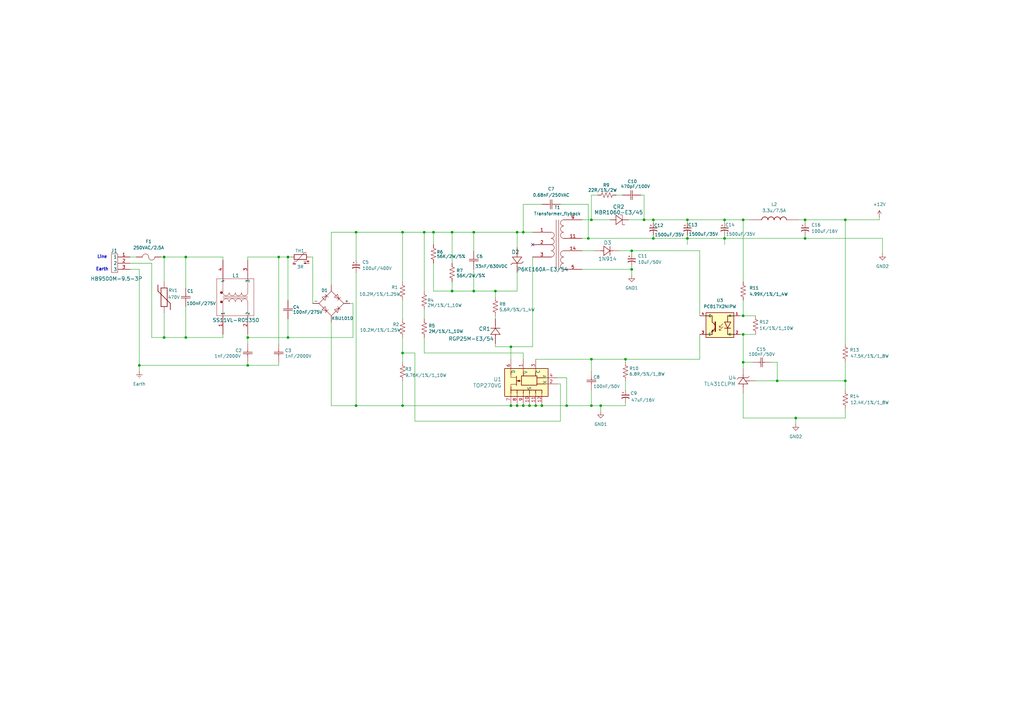
<source format=kicad_sch>
(kicad_sch (version 20231120) (generator "eeschema") (generator_version "8.0")
  (paper "A3")
  (junction (at 212.09 95.25))
  (junction (at 203.2 119.38))
  (junction (at 101.6 138.43))
  (junction (at 101.6 149.86))
  (junction (at 346.71 156.21))
  (junction (at 219.71 166.37))
  (junction (at 297.18 90.17))
  (junction (at 256.54 147.32))
  (junction (at 57.15 149.86))
  (junction (at 222.25 166.37))
  (junction (at 67.31 138.43))
  (junction (at 304.8 129.54))
  (junction (at 209.55 166.37))
  (junction (at 118.11 105.41))
  (junction (at 212.09 166.37))
  (junction (at 259.08 110.49))
  (junction (at 194.31 95.25))
  (junction (at 118.11 138.43))
  (junction (at 259.08 102.87))
  (junction (at 267.97 97.79))
  (junction (at 146.05 95.25))
  (junction (at 76.2 138.43))
  (junction (at 114.3 105.41))
  (junction (at 304.8 90.17))
  (junction (at 304.8 148.59))
  (junction (at 304.8 137.16))
  (junction (at 330.2 90.17))
  (junction (at 177.8 95.25))
  (junction (at 165.1 144.78))
  (junction (at 330.2 97.79))
  (junction (at 264.16 90.17))
  (junction (at 318.77 156.21))
  (junction (at 246.38 166.37))
  (junction (at 194.31 119.38))
  (junction (at 173.99 95.25))
  (junction (at 165.1 166.37))
  (junction (at 214.63 166.37))
  (junction (at 281.94 90.17))
  (junction (at 67.31 105.41))
  (junction (at 232.41 166.37))
  (junction (at 267.97 90.17))
  (junction (at 76.2 105.41))
  (junction (at 297.18 97.79))
  (junction (at 214.63 95.25))
  (junction (at 242.57 166.37))
  (junction (at 242.57 90.17))
  (junction (at 185.42 95.25))
  (junction (at 326.39 171.45))
  (junction (at 281.94 97.79))
  (junction (at 217.17 166.37))
  (junction (at 146.05 166.37))
  (junction (at 185.42 119.38))
  (junction (at 209.55 142.24))
  (junction (at 241.3 97.79))
  (junction (at 242.57 147.32))
  (junction (at 165.1 95.25))
  (junction (at 346.71 90.17))
  (no_connect (at 218.44 100.33))
  (wire (pts (xy 297.18 97.79) (xy 297.18 100.33)))
  (wire (pts (xy 267.97 90.17) (xy 281.94 90.17)))
  (wire (pts (xy 177.8 119.38) (xy 185.42 119.38)))
  (wire (pts (xy 360.68 90.17) (xy 346.71 90.17)))
  (wire (pts (xy 212.09 166.37) (xy 214.63 166.37)))
  (wire (pts (xy 62.23 138.43) (xy 67.31 138.43)))
  (wire (pts (xy 76.2 125.73) (xy 76.2 138.43)))
  (wire (pts (xy 304.8 148.59) (xy 304.8 137.16)))
  (wire (pts (xy 214.63 95.25) (xy 218.44 95.25)))
  (wire (pts (xy 62.23 107.95) (xy 62.23 138.43)))
  (wire (pts (xy 259.08 110.49) (xy 259.08 109.22)))
  (wire (pts (xy 165.1 138.43) (xy 165.1 144.78)))
  (wire (pts (xy 267.97 90.17) (xy 267.97 91.44)))
  (wire (pts (xy 209.55 142.24) (xy 209.55 147.32)))
  (wire (pts (xy 361.95 97.79) (xy 330.2 97.79)))
  (wire (pts (xy 246.38 166.37) (xy 246.38 168.91)))
  (wire (pts (xy 135.89 95.25) (xy 146.05 95.25)))
  (wire (pts (xy 185.42 95.25) (xy 185.42 107.95)))
  (wire (pts (xy 203.2 142.24) (xy 209.55 142.24)))
  (wire (pts (xy 170.18 172.72) (xy 170.18 144.78)))
  (wire (pts (xy 146.05 95.25) (xy 165.1 95.25)))
  (wire (pts (xy 118.11 138.43) (xy 144.78 138.43)))
  (wire (pts (xy 165.1 95.25) (xy 173.99 95.25)))
  (wire (pts (xy 326.39 173.99) (xy 326.39 171.45)))
  (wire (pts (xy 326.39 171.45) (xy 346.71 171.45)))
  (wire (pts (xy 267.97 97.79) (xy 241.3 97.79)))
  (wire (pts (xy 194.31 119.38) (xy 203.2 119.38)))
  (wire (pts (xy 57.15 110.49) (xy 57.15 149.86)))
  (wire (pts (xy 242.57 160.02) (xy 242.57 166.37)))
  (wire (pts (xy 203.2 142.24) (xy 203.2 140.97)))
  (wire (pts (xy 229.87 83.82) (xy 241.3 83.82)))
  (wire (pts (xy 165.1 144.78) (xy 165.1 148.59)))
  (wire (pts (xy 228.6 157.48) (xy 229.87 157.48)))
  (wire (pts (xy 101.6 106.68) (xy 101.6 105.41)))
  (wire (pts (xy 76.2 138.43) (xy 91.44 138.43)))
  (wire (pts (xy 101.6 137.16) (xy 101.6 138.43)))
  (wire (pts (xy 165.1 95.25) (xy 165.1 115.57)))
  (wire (pts (xy 218.44 105.41) (xy 218.44 142.24)))
  (wire (pts (xy 67.31 105.41) (xy 67.31 115.57)))
  (wire (pts (xy 304.8 129.54) (xy 309.88 129.54)))
  (wire (pts (xy 238.76 110.49) (xy 259.08 110.49)))
  (wire (pts (xy 212.09 95.25) (xy 212.09 101.6)))
  (wire (pts (xy 281.94 90.17) (xy 297.18 90.17)))
  (wire (pts (xy 304.8 129.54) (xy 303.53 129.54)))
  (wire (pts (xy 228.6 154.94) (xy 232.41 154.94)))
  (wire (pts (xy 256.54 166.37) (xy 256.54 165.1)))
  (wire (pts (xy 256.54 147.32) (xy 287.02 147.32)))
  (wire (pts (xy 217.17 166.37) (xy 219.71 166.37)))
  (wire (pts (xy 330.2 96.52) (xy 330.2 97.79)))
  (wire (pts (xy 297.18 90.17) (xy 297.18 91.44)))
  (wire (pts (xy 165.1 166.37) (xy 209.55 166.37)))
  (wire (pts (xy 252.73 80.01) (xy 255.27 80.01)))
  (wire (pts (xy 259.08 104.14) (xy 259.08 102.87)))
  (wire (pts (xy 360.68 88.9) (xy 360.68 90.17)))
  (wire (pts (xy 242.57 147.32) (xy 256.54 147.32)))
  (wire (pts (xy 250.19 90.17) (xy 242.57 90.17)))
  (wire (pts (xy 185.42 119.38) (xy 194.31 119.38)))
  (wire (pts (xy 203.2 119.38) (xy 203.2 121.92)))
  (wire (pts (xy 214.63 83.82) (xy 214.63 95.25)))
  (wire (pts (xy 114.3 105.41) (xy 118.11 105.41)))
  (wire (pts (xy 53.34 105.41) (xy 55.88 105.41)))
  (wire (pts (xy 238.76 97.79) (xy 241.3 97.79)))
  (wire (pts (xy 118.11 105.41) (xy 119.38 105.41)))
  (wire (pts (xy 318.77 156.21) (xy 318.77 148.59)))
  (wire (pts (xy 212.09 95.25) (xy 214.63 95.25)))
  (wire (pts (xy 309.88 156.21) (xy 318.77 156.21)))
  (wire (pts (xy 146.05 111.76) (xy 146.05 166.37)))
  (wire (pts (xy 194.31 95.25) (xy 212.09 95.25)))
  (wire (pts (xy 144.78 124.46) (xy 143.51 124.46)))
  (wire (pts (xy 219.71 147.32) (xy 242.57 147.32)))
  (wire (pts (xy 304.8 123.19) (xy 304.8 129.54)))
  (wire (pts (xy 242.57 166.37) (xy 246.38 166.37)))
  (wire (pts (xy 114.3 105.41) (xy 114.3 140.97)))
  (wire (pts (xy 229.87 157.48) (xy 229.87 172.72)))
  (wire (pts (xy 66.04 105.41) (xy 67.31 105.41)))
  (wire (pts (xy 304.8 161.29) (xy 304.8 171.45)))
  (wire (pts (xy 281.94 97.79) (xy 267.97 97.79)))
  (wire (pts (xy 173.99 144.78) (xy 214.63 144.78)))
  (wire (pts (xy 118.11 130.81) (xy 118.11 138.43)))
  (wire (pts (xy 304.8 90.17) (xy 307.34 90.17)))
  (wire (pts (xy 53.34 107.95) (xy 62.23 107.95)))
  (wire (pts (xy 264.16 80.01) (xy 264.16 90.17)))
  (wire (pts (xy 232.41 154.94) (xy 232.41 166.37)))
  (wire (pts (xy 214.63 166.37) (xy 217.17 166.37)))
  (wire (pts (xy 330.2 90.17) (xy 330.2 91.44)))
  (wire (pts (xy 177.8 95.25) (xy 185.42 95.25)))
  (wire (pts (xy 101.6 138.43) (xy 101.6 140.97)))
  (wire (pts (xy 346.71 90.17) (xy 346.71 140.97)))
  (wire (pts (xy 76.2 118.11) (xy 76.2 105.41)))
  (wire (pts (xy 287.02 102.87) (xy 259.08 102.87)))
  (wire (pts (xy 76.2 105.41) (xy 91.44 105.41)))
  (wire (pts (xy 246.38 166.37) (xy 256.54 166.37)))
  (wire (pts (xy 128.27 105.41) (xy 127 105.41)))
  (wire (pts (xy 262.89 80.01) (xy 264.16 80.01)))
  (wire (pts (xy 185.42 95.25) (xy 194.31 95.25)))
  (wire (pts (xy 101.6 149.86) (xy 101.6 148.59)))
  (wire (pts (xy 267.97 96.52) (xy 267.97 97.79)))
  (wire (pts (xy 330.2 97.79) (xy 297.18 97.79)))
  (wire (pts (xy 177.8 107.95) (xy 177.8 119.38)))
  (wire (pts (xy 318.77 156.21) (xy 346.71 156.21)))
  (wire (pts (xy 212.09 111.76) (xy 212.09 119.38)))
  (wire (pts (xy 135.89 116.84) (xy 135.89 95.25)))
  (wire (pts (xy 173.99 138.43) (xy 173.99 144.78)))
  (wire (pts (xy 177.8 95.25) (xy 177.8 100.33)))
  (wire (pts (xy 128.27 105.41) (xy 128.27 124.46)))
  (wire (pts (xy 257.81 90.17) (xy 264.16 90.17)))
  (wire (pts (xy 91.44 105.41) (xy 91.44 106.68)))
  (wire (pts (xy 214.63 144.78) (xy 214.63 147.32)))
  (wire (pts (xy 91.44 137.16) (xy 91.44 138.43)))
  (wire (pts (xy 214.63 83.82) (xy 222.25 83.82)))
  (wire (pts (xy 304.8 137.16) (xy 303.53 137.16)))
  (wire (pts (xy 238.76 102.87) (xy 243.84 102.87)))
  (wire (pts (xy 287.02 129.54) (xy 287.02 102.87)))
  (wire (pts (xy 346.71 148.59) (xy 346.71 156.21)))
  (wire (pts (xy 281.94 97.79) (xy 281.94 100.33)))
  (wire (pts (xy 135.89 132.08) (xy 135.89 166.37)))
  (wire (pts (xy 318.77 148.59) (xy 316.23 148.59)))
  (wire (pts (xy 146.05 166.37) (xy 165.1 166.37)))
  (wire (pts (xy 218.44 142.24) (xy 209.55 142.24)))
  (wire (pts (xy 346.71 156.21) (xy 346.71 160.02)))
  (wire (pts (xy 304.8 137.16) (xy 309.88 137.16)))
  (wire (pts (xy 144.78 138.43) (xy 144.78 124.46)))
  (wire (pts (xy 67.31 128.27) (xy 67.31 138.43)))
  (wire (pts (xy 165.1 156.21) (xy 165.1 166.37)))
  (wire (pts (xy 232.41 166.37) (xy 242.57 166.37)))
  (wire (pts (xy 118.11 105.41) (xy 118.11 123.19)))
  (wire (pts (xy 361.95 104.14) (xy 361.95 97.79)))
  (wire (pts (xy 101.6 138.43) (xy 118.11 138.43)))
  (wire (pts (xy 281.94 90.17) (xy 281.94 91.44)))
  (wire (pts (xy 304.8 148.59) (xy 304.8 151.13)))
  (wire (pts (xy 327.66 90.17) (xy 330.2 90.17)))
  (wire (pts (xy 170.18 144.78) (xy 165.1 144.78)))
  (wire (pts (xy 212.09 119.38) (xy 203.2 119.38)))
  (wire (pts (xy 346.71 171.45) (xy 346.71 167.64)))
  (wire (pts (xy 203.2 129.54) (xy 203.2 130.81)))
  (wire (pts (xy 308.61 148.59) (xy 304.8 148.59)))
  (wire (pts (xy 232.41 166.37) (xy 222.25 166.37)))
  (wire (pts (xy 146.05 166.37) (xy 135.89 166.37)))
  (wire (pts (xy 165.1 123.19) (xy 165.1 130.81)))
  (wire (pts (xy 304.8 90.17) (xy 304.8 115.57)))
  (wire (pts (xy 209.55 166.37) (xy 212.09 166.37)))
  (wire (pts (xy 114.3 149.86) (xy 114.3 148.59)))
  (wire (pts (xy 242.57 90.17) (xy 238.76 90.17)))
  (wire (pts (xy 173.99 95.25) (xy 173.99 119.38)))
  (wire (pts (xy 194.31 95.25) (xy 194.31 102.87)))
  (wire (pts (xy 242.57 80.01) (xy 245.11 80.01)))
  (wire (pts (xy 259.08 113.03) (xy 259.08 110.49)))
  (wire (pts (xy 287.02 137.16) (xy 287.02 147.32)))
  (wire (pts (xy 173.99 95.25) (xy 177.8 95.25)))
  (wire (pts (xy 264.16 90.17) (xy 267.97 90.17)))
  (wire (pts (xy 256.54 156.21) (xy 256.54 160.02)))
  (wire (pts (xy 57.15 149.86) (xy 57.15 152.4)))
  (wire (pts (xy 146.05 95.25) (xy 146.05 106.68)))
  (wire (pts (xy 229.87 172.72) (xy 170.18 172.72)))
  (wire (pts (xy 101.6 105.41) (xy 114.3 105.41)))
  (wire (pts (xy 242.57 80.01) (xy 242.57 90.17)))
  (wire (pts (xy 330.2 90.17) (xy 346.71 90.17)))
  (wire (pts (xy 297.18 90.17) (xy 304.8 90.17)))
  (wire (pts (xy 254 102.87) (xy 259.08 102.87)))
  (wire (pts (xy 281.94 96.52) (xy 281.94 97.79)))
  (wire (pts (xy 101.6 149.86) (xy 114.3 149.86)))
  (wire (pts (xy 297.18 97.79) (xy 281.94 97.79)))
  (wire (pts (xy 53.34 110.49) (xy 57.15 110.49)))
  (wire (pts (xy 304.8 171.45) (xy 326.39 171.45)))
  (wire (pts (xy 185.42 115.57) (xy 185.42 119.38)))
  (wire (pts (xy 194.31 110.49) (xy 194.31 119.38)))
  (wire (pts (xy 67.31 105.41) (xy 76.2 105.41)))
  (wire (pts (xy 256.54 148.59) (xy 256.54 147.32)))
  (wire (pts (xy 242.57 147.32) (xy 242.57 152.4)))
  (wire (pts (xy 173.99 127) (xy 173.99 130.81)))
  (wire (pts (xy 57.15 149.86) (xy 101.6 149.86)))
  (wire (pts (xy 297.18 96.52) (xy 297.18 97.79)))
  (wire (pts (xy 67.31 138.43) (xy 76.2 138.43)))
  (wire (pts (xy 219.71 166.37) (xy 222.25 166.37)))
  (wire (pts (xy 241.3 83.82) (xy 241.3 97.79)))
  (text "Line" (at 41.91 105.41 0) (effects (font (size 1.27 1.27) (thickness 0.254) (bold yes))))
  (text "Earth" (at 41.91 110.49 0) (effects (font (size 1.27 1.27) (bold yes))))
  (symbol (lib_id "charge_battery_sym_lib:Cap_Polarized_100uF_400V") (at 146.05 106.68 270) (unit 1)
    (property "Reference" "C5" (at 148.59 107.5181 90) (effects (justify left)))
    (property "Value" "100uF/400V" (at 148.59 110.0581 90) (effects (justify left)))
    (property "Footprint" "charge_battery_footprint_lib:CP_Radial_D18.0mm_P7.50mm" (effects (hide yes)))
    (property "Description" "Tụ hóa" (effects (hide yes)))
    (property "Supply name " "ThegioiIC" (effects (hide yes)))
    (property "Supply part number" "Tụ Hoá 100uF 400V 18x30mm Xuyên Lỗ" (effects (hide yes)))
    (property "Supply URL" "https://www.thegioiic.com/tu-hoa-100uf-400v-18x30mm-xuyen-lo" (effects (hide yes)))
  )
  (symbol (lib_id "charge_battery_sym_lib:Ceramic_Cap_SMD_100nF_50V") (at 309.88 148.59 0) (unit 1)
    (property "Reference" "C15" (at 312.166 143.256 0))
    (property "Value" "100nF/50V" (at 312.42 145.288 0))
    (property "Footprint" "charge_battery_footprint_lib:Ceramic_Cap_1206" (effects (hide yes)))
    (property "Description" "10%, 1206 (3216 Metric)" (effects (hide yes)))
    (property "Supply name" "Thegioiic" (effects (hide yes)))
    (property "Supply part number" "Tụ Gốm 1206 100nF (0.1uF) 50V" (effects (hide yes)))
    (property "Supply URL" "https://www.thegioiic.com/tu-gom-1206-100nf-0-1uf-50v" (effects (hide yes)))
  )
  (symbol (lib_id "charge_battery_sym_lib:Ceramic_Cap_Hole_1nF_2000V") (at 101.6 140.97 270) (unit 1)
    (property "Reference" "C2" (at 96.52 143.764 90) (effects (justify left)))
    (property "Value" "1nF/2000V" (at 87.884 146.05 90) (effects (justify left)))
    (property "Footprint" "charge_battery_footprint_lib:Ceramic_Cap_Hole_5mm" (effects (hide yes)))
    (property "Description" "Code 102, 10%" (effects (hide yes)))
    (property "Supply name" "Thegioiic" (effects (hide yes)))
    (property "Supply part number" "Tụ Gốm Xanh 1nF 2000V" (effects (hide yes)))
    (property "Supply URL" "https://www.thegioiic.com/tu-gom-xanh-1nf-2000v" (effects (hide yes)))
  )
  (symbol (lib_id "charge_battery_sym_lib:Cap_Hole_1500uF_35V") (at 285.75 93.98 270) (unit 1)
    (property "Reference" "C13" (at 282.194 92.202 90) (effects (justify left)))
    (property "Value" "1500uF/35V" (at 282.448 96.012 90) (effects (justify left)))
    (property "Footprint" "Capacitor_THT:CP_Radial_D13.0mm_P5.00mm" (effects (hide yes)))
    (property "Description" "1500uF_35V" (effects (hide yes)))
    (property "Supply Name" "thegioiic" (effects (hide yes)))
    (property "Supply Part Number" "Tụ Hóa 1500uF 35V 13x21mm Xuyên Lỗ" (effects (hide yes)))
    (property "Supply URL" "https://www.thegioiic.com/tu-hoa-1500uf-35v-13x21mm-xuyen-lo" (effects (hide yes)))
  )
  (symbol (lib_id "charge_battery_sym_lib:P6KE160A-E3_54") (at 212.09 101.6 270) (unit 1)
    (property "Reference" "D2" (at 209.804 103.378 90) (effects (font (size 1.524 1.524)) (justify left)))
    (property "Value" "P6KE160A-E3/54" (at 212.09 110.49 90) (effects (font (size 1.524 1.524)) (justify left)))
    (property "Footprint" "charge_battery_footprint_lib:DO-204AC-2" (effects (hide yes)))
    (property "Datasheet" "https://www.vishay.com/docs/88369/p6ke.pdf" (effects (hide yes)))
    (property "Description" "P6KE160A-E3_54" (effects (hide yes)))
    (property "Supply Name" "Mouser" (effects (hide yes)))
    (property "Supply part numer" "P6KE160A-E3/54" (effects (hide yes)))
    (property "Supply URL" "https://www.mouser.vn/ProductDetail/Vishay-General-Semiconductor/P6KE160A-E3-54?qs=E3OxquYwg8FWNmfptTQK9w%3D%3D" (effects (hide yes)))
  )
  (symbol (lib_id "charge_battery_sym_lib:Res_2M_0603_1%") (at 170.18 123.19 90) (unit 1)
    (property "Reference" "R4" (at 175.26 123.19 90) (effects (justify right)))
    (property "Value" "2M/1%/1_10W" (at 175.26 125.222 90) (effects (justify right)))
    (property "Footprint" "charge_battery_footprint_lib:Res_0603" (effects (hide yes)))
    (property "Description" "Res 2M 0603 1%" (effects (hide yes)))
    (property "Supply Name" "thegioiic" (effects (hide yes)))
    (property "Supply Part Number" "Điện Trở 2 MOhm 0603 1%" (effects (hide yes)))
    (property "Supply URL" "https://www.thegioiic.com/dien-tro-2-mohm-0603-1-" (effects (hide yes)))
  )
  (symbol (lib_id "charge_battery_sym_lib:Res_22R_1206_1%") (at 248.92 76.2 0) (unit 1)
    (property "Reference" "R9" (at 248.666 75.946 0))
    (property "Value" "22R/1%/2W" (at 247.142 77.978 0))
    (property "Footprint" "charge_battery_footprint_lib:Res_Hole_2W" (effects (hide yes)))
    (property "Description" "Resistor" (effects (hide yes)))
    (property "Supply Name" "thegioiic" (effects (hide yes)))
    (property "Supply Part Number" "Điện Trở 22 Ohm 1206 1%" (effects (hide yes)))
    (property "Supply URL" "https://www.thegioiic.com/dien-tro-22-ohm-1206-1-" (effects (hide yes)))
  )
  (symbol (lib_id "charge_battery_sym_lib:MBR1060-E3_45") (at 266.7 77.47 0) (unit 1)
    (property "Reference" "CR2" (at 253.746 84.836 0) (effects (font (size 1.524 1.524))))
    (property "Value" "MBR1060-E3/45" (at 253.746 87.122 0) (effects (font (size 1.524 1.524))))
    (property "Footprint" "charge_battery_footprint_lib:TO-220-2_MCH" (effects (hide yes)))
    (property "Datasheet" "https://www.vishay.com/docs/88669/mbr10xx.pdf" (effects (hide yes)))
    (property "Supply Name" "Mouser" (effects (hide yes)))
    (property "Supply Part Number" "MBR1060-E3/45" (effects (hide yes)))
    (property "Supply URL" "https://www.mouser.vn/ProductDetail/Vishay-General-Semiconductor/MBR1060-E3-45?qs=NyKJzQ80QAyxIqJ9INSdgw%3D%3D" (effects (hide yes)))
  )
  (symbol (lib_id "charge_battery_sym_lib:MOV-07D471K") (at 67.31 121.92 90) (unit 1)
    (property "Reference" "RV1" (at 69.088 119.126 90) (effects (justify right)))
    (property "Value" "470V" (at 68.834 121.92 90) (effects (justify right)))
    (property "Footprint" "charge_battery_footprint_lib:MOV07D471K" (effects (hide yes)))
    (property "Description" "MOV-07D471K, Varistors 7D471K 470V" (effects (hide yes)))
    (property "Supply name" "Thegioiic" (effects (hide yes)))
    (property "Supply part number" "Tụ Chống Sét Varistor 07D471K 470V" (effects (hide yes)))
    (property "Supply URL" "https://www.thegioiic.com/tu-chong-set-varistor-07d471k-470v" (effects (hide yes)))
  )
  (symbol (lib_id "charge_battery_sym_lib:RGP25M-E3_54") (at 203.2 140.97 90) (unit 1)
    (property "Reference" "CR1" (at 196.342 134.874 90) (effects (font (size 1.524 1.524)) (justify right)))
    (property "Value" "RGP25M-E3/54" (at 183.896 138.938 90) (effects (font (size 1.524 1.524)) (justify right)))
    (property "Footprint" "charge_battery_footprint_lib:DO-201AD-2" (effects (hide yes)))
    (property "Datasheet" "https://www.vishay.com/docs/88703/rgp25a.pdf" (effects (hide yes)))
    (property "Description" "RGP25M-E3/54" (effects (hide yes)))
    (property "Supply Name" "Mouser" (effects (hide yes)))
    (property "Supply part number" "RGP25M-E3/54" (effects (hide yes)))
    (property "Supply URL" "https://www.mouser.vn/ProductDetail/Vishay-General-Semiconductor/RGP25M-E3-54?qs=lBalI7KQBwruMh%252BrSq8TLA%3D%3D" (effects (hide yes)))
  )
  (symbol (lib_id "charge_battery_sym_lib:Inductor_3.3u_7.5A") (at 307.34 90.17 0) (unit 1)
    (property "Reference" "L2" (at 317.5 83.82 0))
    (property "Value" "3.3u/7.5A" (at 317.5 86.36 0))
    (property "Footprint" "charge_battery_footprint_lib:Inductor_3.3u_7447471033" (effects (hide yes)))
    (property "Description" "Power Inductors - Leaded WE-TIS Lead Rad 1111 3.3uH 7.5A .009Ohm" (effects (hide yes)))
    (property "Supply Name" "Mouser" (effects (hide yes)))
    (property "Supply Part Number" "7447471033" (effects (hide yes)))
    (property "Supply URL" "https://www.mouser.vn/ProductDetail/Wurth-Elektronik/7447471033?qs=VxkwJfKV0FQNDFTjyDhZkQ%3D%3D" (effects (hide yes)))
  )
  (symbol (lib_id "charge_battery_sym_lib:Candy_Cap_hole_100nF_275V") (at 76.2 125.73 90) (unit 1)
    (property "Reference" "C1" (at 76.708 119.38 90) (effects (justify right)))
    (property "Value" "100nF/275V" (at 76.454 124.46 90) (effects (justify right)))
    (property "Footprint" "charge_battery_footprint_lib:Candy_Cap_hole_100nF_275V" (effects (hide yes)))
    (property "Datasheet" "https://www.mouser.vn/datasheet/2/40/KYOCERA_AutoMLCCKAM-3106308.pdf" (effects (hide yes)))
    (property "Supply name" "Thegioiic" (effects (hide yes)))
    (property "Supply part number" "Tụ Kẹo Vàng X2 100nF (0.1uF) 104K 275VAC" (effects (hide yes)))
    (property "Supply URL" "https://www.thegioiic.com/tu-keo-vang-x2-100nf-0-1uf-104k-275vac" (effects (hide yes)))
  )
  (symbol (lib_id "charge_battery_sym_lib:FUSE_250VAC_2.5A") (at 60.96 105.41 0) (unit 1)
    (property "Reference" "F1" (at 60.96 99.06 0))
    (property "Value" "250VAC/2.5A" (at 60.96 101.6 0))
    (property "Footprint" "charge_battery_footprint_lib:FUSAD2722W65L2250D600" (effects (hide yes)))
    (property "Description" "250 VAC, 2.5A" (effects (hide yes)))
    (property "Supply name" "Thegioiic" (effects (hide yes)))
    (property "Supply part number" "Cầu Chì Ống Thủy Tinh 2.5A 5x20mm" (effects (hide yes)))
    (property "Supply URL" "https://www.thegioiic.com/cau-chi-ong-thuy-tinh-2-5a-5x20mm-toc-do-f" (effects (hide yes)))
  )
  (symbol (lib_id "charge_battery_sym_lib:Res_6.8R_0805_5%") (at 254 152.4 90) (unit 1)
    (property "Reference" "R10" (at 258.064 151.13 90) (effects (justify right)))
    (property "Value" "6.8R/5%/1_8W" (at 258.064 153.416 90) (effects (justify right)))
    (property "Footprint" "charge_battery_footprint_lib:Res_0805" (effects (hide yes)))
    (property "Description" "Resistor" (effects (hide yes)))
    (property "Supply Name" "thegioiic" (effects (hide yes)))
    (property "Supply Part Number" "Điện Trở 6.8 Ohm 0805 5%" (effects (hide yes)))
    (property "Supply URL" "https://www.thegioiic.com/dien-tro-6-8-ohm-0805-5-" (effects (hide yes)))
  )
  (symbol (lib_id "charge_battery_sym_lib:Res_5.6R_1206_5%") (at 199.39 125.73 90) (unit 1)
    (property "Reference" "R8" (at 204.724 124.714 90) (effects (justify right)))
    (property "Value" "5.6R/5%/1_4W" (at 204.724 127 90) (effects (justify right)))
    (property "Footprint" "charge_battery_footprint_lib:Res_1206" (effects (hide yes)))
    (property "Description" "Resistor" (effects (hide yes)))
    (property "Supply Name" "thegioiic" (effects (hide yes)))
    (property "Supply Part Number" "Điện Trở 5.6 Ohm 1206 5%" (effects (hide yes)))
    (property "Supply URL" "https://www.thegioiic.com/dien-tro-5-6-ohm-1206-5-" (effects (hide yes)))
  )
  (symbol (lib_id "charge_battery_sym_lib:Res_12.4K_0603_1%") (at 342.9 163.83 90) (unit 1)
    (property "Reference" "R14" (at 348.488 162.56 90) (effects (justify right)))
    (property "Value" "12.4K/1%/1_8W" (at 348.742 165.1 90) (effects (justify right)))
    (property "Footprint" "charge_battery_footprint_lib:Res_0805" (effects (hide yes)))
    (property "Description" "Điện Trở 12.4 KOhm 0603 1%" (effects (hide yes)))
    (property "Supply Name" "thegioiic" (effects (hide yes)))
    (property "Supply Part Number" "Điện Trở 12.4 KOhm 0603 1%" (effects (hide yes)))
    (property "Supply URL" "https://www.thegioiic.com/dien-tro-12-4-kohm-0603-1-" (effects (hide yes)))
  )
  (symbol (lib_id "charge_battery_sym_lib:PC817X2NIPW") (at 300.99 138.43 0) (mirror y) (unit 1)
    (property "Reference" "U3" (at 295.275 123.19 0))
    (property "Value" "PC817X2NIPW" (at 295.275 125.73 0))
    (property "Footprint" "charge_battery_footprint_lib:PC817X2NIPW" (effects (hide yes)))
    (property "Datasheet" "https://datasheet.lcsc.com/lcsc/2203210916_Sharp-Microelectronics-PC817X2NIPW_C2840443.pdf" (effects (hide yes)))
    (property "Description" "Output: Transistor" (effects (hide yes)))
    (property "Supply name " "Thegioiic" (effects (hide yes)))
    (property "Supply part number" "PC817X2NIPW Optoisolator Transistor Output 5000Vrms 1 Channel, SOP-4" (effects (hide yes)))
    (property "Supply URL" "https://www.thegioiic.com/pc817x2nipw-optoisolator-transistor-output-5000vrms-1-channel-sop-4" (effects (hide yes)))
  )
  (symbol (lib_id "charge_battery_sym_lib:Cap_Hole_1500uF_35V") (at 271.78 93.98 270) (unit 1)
    (property "Reference" "C12" (at 268.224 92.456 90) (effects (justify left)))
    (property "Value" "1500uF/35V" (at 268.478 96.266 90) (effects (justify left)))
    (property "Footprint" "Capacitor_THT:CP_Radial_D13.0mm_P5.00mm" (effects (hide yes)))
    (property "Description" "1500uF_35V" (effects (hide yes)))
    (property "Supply Name" "thegioiic" (effects (hide yes)))
    (property "Supply Part Number" "Tụ Hóa 1500uF 35V 13x21mm Xuyên Lỗ" (effects (hide yes)))
    (property "Supply URL" "https://www.thegioiic.com/tu-hoa-1500uf-35v-13x21mm-xuyen-lo" (effects (hide yes)))
  )
  (symbol (lib_id "charge_battery_sym_lib:Cap_Polarized_SMD_47uF_16V") (at 256.54 160.02 270) (unit 1)
    (property "Reference" "C9" (at 258.572 161.29 90) (effects (justify left)))
    (property "Value" "47uF/16V" (at 258.826 164.084 90) (effects (justify left)))
    (property "Footprint" "Capacitor_SMD:CP_Elec_5x5.4" (effects (hide yes)))
    (property "Datasheet" "https://www.thegioiic.com/upload/documents/5121f69ada901167d040dfa7ca79f071.pdf" (effects (hide yes)))
    (property "Description" "Polarized capacitor 47uF 16V, 20%" (effects (hide yes)))
    (property "Supply name" "Thegioiic" (effects (hide yes)))
    (property "Supply part number" "SMD 47uF 16V 5x5.4mm" (effects (hide yes)))
    (property "Supply URL" "https://www.thegioiic.com/tu-nhom-smd-47uf-16v-5x5-4mm" (effects (hide yes)))
  )
  (symbol (lib_id "charge_battery_sym_lib:Cap_Polarized_SMD_10uF_50V") (at 264.16 106.68 270) (unit 1)
    (property "Reference" "C11" (at 261.62 104.9781 90) (effects (justify left)))
    (property "Value" "10uF/50V" (at 261.62 107.5181 90) (effects (justify left)))
    (property "Footprint" "Capacitor_SMD:CP_Elec_6.3x5.4" (effects (hide yes)))
    (property "Description" "Tụ hóa" (effects (hide yes)))
    (property "Supply Name" "thegioiic" (effects (hide yes)))
    (property "Supply Part Number" "Tụ Nhôm SMD 10uF 50V 6.3x5.4mm" (effects (hide yes)))
    (property "Supply URL" "https://www.thegioiic.com/tu-nhom-smd-10uf-50v-6-3x5-4mm" (effects (hide yes)))
  )
  (symbol (lib_id "charge_battery_sym_lib:Res_4.99K_1206_1%") (at 300.99 119.38 90) (unit 1)
    (property "Reference" "R11" (at 307.34 118.1099 90) (effects (justify right)))
    (property "Value" "4.99K/1%/1_4W" (at 307.34 120.6499 90) (effects (justify right)))
    (property "Footprint" "charge_battery_footprint_lib:Res_1206" (effects (hide yes)))
    (property "Description" "Điện Trở 4.99 KOhm 1206 1%" (effects (hide yes)))
    (property "Supply Name" "thegioiic" (effects (hide yes)))
    (property "Supply Part Number" "Điện Trở 4.99 KOhm 1206 1%" (effects (hide yes)))
    (property "Supply URL" "https://www.thegioiic.com/dien-tro-4-99-kohm-1206-1-" (effects (hide yes)))
  )
  (symbol (lib_id "charge_battery_sym_lib:TOP270VG") (at 207.01 151.13 270) (unit 1)
    (property "Reference" "U1" (at 205.74 155.5749 90) (effects (font (size 1.524 1.524)) (justify right)))
    (property "Value" "TOP270VG" (at 205.74 158.1149 90) (effects (font (size 1.524 1.524)) (justify right)))
    (property "Footprint" "charge_battery_footprint_lib:eDIP-12B_PWI" (effects (hide yes)))
    (property "Datasheet" "https://www.mouser.vn/datasheet/2/328/topjx_family_datasheet-1511822.pdf" (effects (hide yes)))
    (property "Description" "AC/DC Converters Int Off-Line Switchr 112W/148W" (effects (hide yes)))
    (property "Supply Name" "Mouser" (effects (hide yes)))
    (property "Supply Part Number" "869-TOP268VG" (effects (hide yes)))
    (property "Supply URL" "https://www.mouser.vn/ProductDetail/Power-Integrations/TOP268VG?qs=uJpRT2lXVNU7zvBqdTc7Zg%3D%3D" (effects (hide yes)))
  )
  (symbol (lib_id "charge_battery_sym_lib:Res_10.2M_2010_1%") (at 165.1 138.43 90) (unit 1)
    (property "Reference" "R2" (at 161.036 133.096 90) (effects (justify right)))
    (property "Value" "10.2M/1%/1.25W" (at 147.574 135.382 90) (effects (justify right)))
    (property "Footprint" "Diode_SMD:D_2010_5025Metric_Pad1.52x2.65mm_HandSolder" (effects (hide yes)))
    (property "Datasheet" "https://www.mouser.vn/datasheet/2/210/kamaya_products_RPC__english_20170424_105407-1842524.pdf" (effects (hide yes)))
    (property "Description" "Res 10.2M 2010 1%" (effects (hide yes)))
    (property "Supply name" "Mouser" (effects (hide yes)))
    (property "Supply part number" " RVC50K1025FTE" (effects (hide yes)))
    (property "Supply URL" "https://www.mouser.vn/ProductDetail/Kamaya/RVC50K1025FTE?qs=JZJGM%252BYuqVoTFmdUJ9f1Aw%3D%3D" (effects (hide yes)))
  )
  (symbol (lib_id "power:Earth") (at 57.15 152.4 0) (unit 1)
    (property "Reference" "#PWR04" (effects (hide yes)))
    (property "Value" "Earth" (at 57.15 157.48 0))
    (property "Description" "Power symbol creates a global label with name \"Earth\"" (effects (hide yes)))
  )
  (symbol (lib_id "charge_battery_sym_lib:Transformer_flyback") (at 228.6 100.33 0) (unit 1)
    (property "Reference" "T1" (at 228.6 85.09 0))
    (property "Value" "Transformer_flyback" (at 228.6 87.63 0))
    (property "Footprint" "charge_battery_footprint_lib:Transformer_ER35_Horizontal" (effects (hide yes)))
    (property "Description" "Transformer, split primary, dual secondary" (effects (hide yes)))
  )
  (symbol (lib_id "charge_battery_sym_lib:Res_10.2M_2010_1%") (at 165.1 123.19 90) (unit 1)
    (property "Reference" "R1" (at 160.528 117.856 90) (effects (justify right)))
    (property "Value" "10.2M/1%/1.25W" (at 147.32 120.65 90) (effects (justify right)))
    (property "Footprint" "Diode_SMD:D_2010_5025Metric_Pad1.52x2.65mm_HandSolder" (effects (hide yes)))
    (property "Datasheet" "https://www.mouser.vn/datasheet/2/210/kamaya_products_RPC__english_20170424_105407-1842524.pdf" (effects (hide yes)))
    (property "Description" "Res 10.2M 2010 1%" (effects (hide yes)))
    (property "Supply name" "Mouser" (effects (hide yes)))
    (property "Supply part number" " RVC50K1025FTE" (effects (hide yes)))
    (property "Supply URL" "https://www.mouser.vn/ProductDetail/Kamaya/RVC50K1025FTE?qs=JZJGM%252BYuqVoTFmdUJ9f1Aw%3D%3D" (effects (hide yes)))
  )
  (symbol (lib_id "power:+12V") (at 360.68 88.9 0) (unit 1)
    (property "Reference" "#PWR02" (effects (hide yes)))
    (property "Value" "+12V" (at 360.68 83.82 0))
    (property "Description" "Power symbol creates a global label with name \"+12V\"" (effects (hide yes)))
  )
  (symbol (lib_id "power:GND1") (at 259.08 113.03 0) (unit 1)
    (property "Reference" "#PWR028" (effects (hide yes)))
    (property "Value" "GND1" (at 259.08 118.11 0))
    (property "Description" "Power symbol creates a global label with name \"GND1\" , ground" (effects (hide yes)))
  )
  (symbol (lib_id "charge_battery_sym_lib:SS11VL-R05350") (at 91.44 137.16 90) (unit 1)
    (property "Reference" "L1" (at 95.25 113.03 90) (effects (font (size 1.524 1.524)) (justify right)))
    (property "Value" "SS11VL-R05350" (at 87.122 131.318 90) (effects (font (size 1.524 1.524)) (justify right)))
    (property "Footprint" "charge_battery_footprint_lib:IND_SS11VL-R05350_KEM" (effects (hide yes)))
    (property "Datasheet" "https://www.mouser.vn/datasheet/2/447/KEM_LF0022_SS11VL-3316893.pdf" (effects (hide yes)))
    (property "Description" "Common Mode Chokes / Filters 250VAC 1.1A 5mH DCR=400mOhms" (effects (hide yes)))
    (property "Supply name" "Mouser" (effects (hide yes)))
    (property "Supply part number" "80-SS11VL-11050" (effects (hide yes)))
    (property "Supply URL" "https://www.mouser.vn/ProductDetail/KEMET/SS11VL-11050?qs=EU6FO9ffTwcryP%252B%2F%252BYgxUg%3D%3D" (effects (hide yes)))
  )
  (symbol (lib_id "charge_battery_sym_lib:Cap_Hole_1500uF_35V") (at 300.99 93.98 270) (unit 1)
    (property "Reference" "C14" (at 297.434 92.202 90) (effects (justify left)))
    (property "Value" "1500uF/35V" (at 297.688 96.012 90) (effects (justify left)))
    (property "Footprint" "Capacitor_THT:CP_Radial_D13.0mm_P5.00mm" (effects (hide yes)))
    (property "Description" "1500uF_35V" (effects (hide yes)))
    (property "Supply Name" "thegioiic" (effects (hide yes)))
    (property "Supply Part Number" "Tụ Hóa 1500uF 35V 13x21mm Xuyên Lỗ" (effects (hide yes)))
    (property "Supply URL" "https://www.thegioiic.com/tu-hoa-1500uf-35v-13x21mm-xuyen-lo" (effects (hide yes)))
  )
  (symbol (lib_id "charge_battery_sym_lib:HB9500M-9.5-3P") (at 48.26 111.76 0) (mirror y) (unit 1)
    (property "Reference" "J1" (at 48.26 102.87 0) (effects (font (size 1.524 1.524)) (justify left)))
    (property "Value" "HB9500M-9.5-3P" (at 58.42 114.3 0) (effects (font (size 1.524 1.524)) (justify left)))
    (property "Footprint" "charge_battery_footprint_lib:CONN3_HB9500_KAN" (effects (hide yes)))
    (property "Datasheet" "HB9500M-9.5-3P" (effects (hide yes)))
    (property "Description" "300V, 25A" (effects (hide yes)))
    (property "Supply name" "Thegioiic" (effects (hide yes)))
    (property "Supplt part number" "HB9500-3 Terminal Khối Hàn PCB 3 Cực 25A 300V 9.5mm" (effects (hide yes)))
    (property "Supply URL" "https://www.thegioiic.com/hb9500-3-terminal-khoi-han-pcb-3-cuc-25a-300v-9-5mm" (effects (hide yes)))
  )
  (symbol (lib_id "charge_battery_sym_lib:Candy_Cap_hole_100nF_275V") (at 118.11 130.81 90) (unit 1)
    (property "Reference" "C4" (at 120.142 125.984 90) (effects (justify right)))
    (property "Value" "100nF/275V" (at 120.142 128.016 90) (effects (justify right)))
    (property "Footprint" "charge_battery_footprint_lib:Candy_Cap_hole_100nF_275V" (effects (hide yes)))
    (property "Datasheet" "https://www.mouser.vn/datasheet/2/40/KYOCERA_AutoMLCCKAM-3106308.pdf" (effects (hide yes)))
    (property "Supply name" "Thegioiic" (effects (hide yes)))
    (property "Supply part number" "Tụ Kẹo Vàng X2 100nF (0.1uF) 104K 275VAC" (effects (hide yes)))
    (property "Supply URL" "https://www.thegioiic.com/tu-keo-vang-x2-100nf-0-1uf-104k-275vac" (effects (hide yes)))
  )
  (symbol (lib_id "charge_battery_sym_lib:Res_hole_56K_2W_5%") (at 181.61 104.14 270) (unit 1)
    (property "Reference" "R6" (at 179.07 103.378 90) (effects (justify left)))
    (property "Value" "56K/2W/5%" (at 179.07 105.156 90) (effects (justify left)))
    (property "Footprint" "charge_battery_footprint_lib:Res_Hole_2W" (effects (hide yes)))
    (property "Description" "Resristor" (effects (hide yes)))
    (property "Supply Name" "thegioiic" (effects (hide yes)))
    (property "Supply Part Number" "Điện Trở 56 KOhm 2W 5% 4 Vòng Màu" (effects (hide yes)))
    (property "Supply URL" "https://www.thegioiic.com/dien-tro-56-kohm-2w-5-4-vong-mau" (effects (hide yes)))
  )
  (symbol (lib_id "charge_battery_sym_lib:KBU1010 ") (at 135.89 124.46 0) (unit 1)
    (property "Reference" "D1" (at 133.096 119.126 0))
    (property "Value" "KBU1010" (at 140.462 130.556 0))
    (property "Footprint" "Diode_THT:Diode_Bridge_Vishay_KBU" (effects (hide yes)))
    (property "Datasheet" "https://www.lcsc.com/datasheet/lcsc_datasheet_2208121800_SEP-KBU1010_C5127084.pdf" (effects (hide yes)))
    (property "Description" "1 pha, 1KV, 10A, KBU" (effects (hide yes)))
    (property "Supply name" "Thegioiic" (effects (hide yes)))
    (property "Supply part number" "KBU1010 Cầu Chỉnh Lưu 1KV 10A" (effects (hide yes)))
    (property "Supply URL" "https://www.thegioiic.com/kbu808-cau-chinh-luu-800v-8a" (effects (hide yes)))
  )
  (symbol (lib_id "charge_battery_sym_lib:Candy_Cap_hole_33nF_630VDC") (at 194.31 110.49 90) (unit 1)
    (property "Reference" "C6" (at 195.326 105.156 90) (effects (justify right)))
    (property "Value" "33nF/630VDC" (at 194.818 109.22 90) (effects (justify right)))
    (property "Footprint" "charge_battery_footprint_lib:Candy_Cap_hole_100nF_275V" (effects (hide yes)))
    (property "Datasheet" "https://www.mouser.vn/datasheet/2/40/KYOCERA_AutoMLCCKAM-3106308.pdf" (effects (hide yes)))
    (property "Description" "Kiểu chân: radial, 10%" (effects (hide yes)))
    (property "Supply name" "Thegioiic" (effects (hide yes)))
    (property "Supply part number" "Tụ Kẹo Nâu Polyester CBB22-333 33nF 630VDC" (effects (hide yes)))
    (property "Supply URL" "https://www.thegioiic.com/tu-keo-nau-polyester-cbb22-333-33nf-630vdc" (effects (hide yes)))
  )
  (symbol (lib_id "charge_battery_sym_lib:Res_1K_0603_1%") (at 309.88 137.16 90) (unit 1)
    (property "Reference" "R12" (at 311.404 132.08 90) (effects (justify right)))
    (property "Value" "1K/1%/1_10W" (at 311.404 134.62 90) (effects (justify right)))
    (property "Footprint" "charge_battery_footprint_lib:Res_0603" (effects (hide yes)))
    (property "Datasheet" "https://fscdn.rohm.com/en/products/databook/datasheet/passive/resistor/chip_resistor/esr-e.pdf" (effects (hide yes)))
    (property "Description" "Res 1 KOhm 0603 1%" (effects (hide yes)))
    (property "Supply name" "Thegioiic" (effects (hide yes)))
    (property "Supply part number" "Điện Trở 1 KOhm 0603 1%" (effects (hide yes)))
    (property "Supply URL" "https://www.thegioiic.com/dien-tro-1-kohm-0603-1-" (effects (hide yes)))
  )
  (symbol (lib_id "charge_battery_sym_lib:Thermistor_NTC") (at 123.19 105.41 90) (unit 1)
    (property "Reference" "TH1" (at 122.936 102.87 90))
    (property "Value" "3R" (at 123.19 109.474 90))
    (property "Footprint" "charge_battery_footprint_lib:Thermistor_NTC" (effects (hide yes)))
    (property "Description" "Temperature dependent resistor, negative temperature coefficient" (effects (hide yes)))
    (property "Supply name" "Thegioiic" (effects (hide yes)))
    (property "Supply URL" "https://www.thegioiic.com/3d-15-dien-tro-nhiet-ntc-3-ohm-16-5-x-7mm" (effects (hide yes)))
  )
  (symbol (lib_id "charge_battery_sym_lib:TL431CLPM") (at 312.42 191.77 90) (unit 1)
    (property "Reference" "U4" (at 302.006 154.94 90) (effects (font (size 1.524 1.524)) (justify left)))
    (property "Value" "TL431CLPM" (at 301.752 157.48 90) (effects (font (size 1.524 1.524)) (justify left)))
    (property "Footprint" "charge_battery_footprint_lib:SOT23" (effects (hide yes)))
    (property "Datasheet" "https://www.ti.com/lit/ds/symlink/tl431.pdf?ts=1726642766282&ref_url=https%253A%252F%252Fwww.ti.com.cn%252Fproduct%252Fcn%252FTL431" (effects (hide yes)))
    (property "Description" "Voltage References Adjustable Precision Shunt Regulator" (effects (hide yes)))
    (property "Supply Name" "Mouser" (effects (hide yes)))
    (property "Supply Part Number" "TL431CLPM" (effects (hide yes)))
    (property "Supply URL" "https://www.mouser.vn/ProductDetail/Texas-Instruments/TL431CLPM?qs=odmYgEirbwzbYi2SmH09kA%3D%3D" (effects (hide yes)))
  )
  (symbol (lib_id "charge_battery_sym_lib:Res_47.5K_0805_1%") (at 342.9 144.78 90) (unit 1)
    (property "Reference" "R13" (at 348.488 143.51 90) (effects (justify right)))
    (property "Value" "47.5K/1%/1_8W" (at 348.742 146.05 90) (effects (justify right)))
    (property "Footprint" "charge_battery_footprint_lib:Res_0805" (effects (hide yes)))
    (property "Description" "Điện Trở 47.5 KOhm 0805 1%" (effects (hide yes)))
    (property "Supply Name" "thegioiic" (effects (hide yes)))
    (property "Supply Part Number" "Điện Trở 47.5 KOhm 0805 1%" (effects (hide yes)))
    (property "Supply URL" "https://www.thegioiic.com/dien-tro-47-5-kohm-0805-1-" (effects (hide yes)))
  )
  (symbol (lib_id "charge_battery_sym_lib:Ceramic_Cap_Hole_1nF_2000V") (at 114.3 140.97 270) (unit 1)
    (property "Reference" "C3" (at 116.84 143.764 90) (effects (justify left)))
    (property "Value" "1nF/2000V" (at 116.84 146.05 90) (effects (justify left)))
    (property "Footprint" "charge_battery_footprint_lib:Ceramic_Cap_Hole_5mm" (effects (hide yes)))
    (property "Description" "Code 102, 10%" (effects (hide yes)))
    (property "Supply name" "Thegioiic" (effects (hide yes)))
    (property "Supply part number" "Tụ Gốm Xanh 1nF 2000V" (effects (hide yes)))
    (property "Supply URL" "https://www.thegioiic.com/tu-gom-xanh-1nf-2000v" (effects (hide yes)))
  )
  (symbol (lib_id "charge_battery_sym_lib:EMI_Cap_Hole_0.68nF_250VAC") (at 222.25 83.82 0) (unit 1)
    (property "Reference" "C7" (at 226.06 77.47 0))
    (property "Value" "0.68nF/250VAC" (at 226.06 80.01 0))
    (property "Footprint" "charge_battery_footprint_lib:Ceramic_Cap_Hole_5mm" (effects (hide yes)))
    (property "Description" "Tụ EMI" (effects (hide yes)))
    (property "Supply name" "Mouser" (effects (hide yes)))
    (property "Supply part number" "440LT68-R" (effects (hide yes)))
    (property "Supply URL" "https://www.mouser.vn/ProductDetail/Vishay-Cera-Mite/440LT68-R?qs=hlCZAUV0QHOdKipaACpLUQ%3D%3D" (effects (hide yes)))
  )
  (symbol (lib_id "power:GND2") (at 361.95 104.14 0) (unit 1)
    (property "Reference" "#PWR03" (effects (hide yes)))
    (property "Value" "GND2" (at 361.95 109.22 0))
    (property "Description" "Power symbol creates a global label with name \"GND2\" , ground" (effects (hide yes)))
  )
  (symbol (lib_id "power:GND2") (at 326.39 173.99 0) (unit 1)
    (property "Reference" "#PWR021" (effects (hide yes)))
    (property "Value" "GND2" (at 326.39 179.07 0))
    (property "Description" "Power symbol creates a global label with name \"GND2\" , ground" (effects (hide yes)))
  )
  (symbol (lib_id "charge_battery_sym_lib:Res_9.76K_0603_1%") (at 165.1 156.21 90) (unit 1)
    (property "Reference" "R3" (at 166.116 151.384 90) (effects (justify right)))
    (property "Value" "9.76K/1%/1_10W" (at 166.116 153.924 90) (effects (justify right)))
    (property "Footprint" "charge_battery_footprint_lib:Res_0603" (effects (hide yes)))
    (property "Description" "Res 9.76K 0603 1%" (effects (hide yes)))
    (property "Supply name" "Mouser" (effects (hide yes)))
    (property "Supply part number" "CRCW06039K76FKEAC" (effects (hide yes)))
    (property "Supply URL" "https://www.mouser.vn/ProductDetail/Vishay-Dale/CRCW06039K76FKEAC?qs=sGAEpiMZZMtlubZbdhIBIIZe04wfiaJW3dgh4gARPD4%3D" (effects (hide yes)))
  )
  (symbol (lib_id "charge_battery_sym_lib:Cap_Hole_470pF_100V") (at 259.08 76.2 0) (unit 1)
    (property "Reference" "C10" (at 259.334 74.422 0))
    (property "Value" "470pF/100V" (at 260.604 76.454 0))
    (property "Footprint" "charge_battery_footprint_lib:Ceramic_Cap_Hole_5mm" (effects (hide yes)))
    (property "Description" "Hole_470pF_100V" (effects (hide yes)))
    (property "Supply Name" "ICDAYROI" (effects (hide yes)))
    (property "Supply Part Number" "Tụ 470PF/100V 100V471J" (effects (hide yes)))
    (property "Supply URL" "https://icdayroi.com/tu-470pf-100v-100v471j" (effects (hide yes)))
  )
  (symbol (lib_id "charge_battery_sym_lib:Res_hole_56K_2W_5%") (at 189.23 111.76 270) (unit 1)
    (property "Reference" "R7" (at 187.198 110.998 90) (effects (justify left)))
    (property "Value" "56K/2W/5%" (at 187.198 113.03 90) (effects (justify left)))
    (property "Footprint" "charge_battery_footprint_lib:Res_Hole_2W" (effects (hide yes)))
    (property "Description" "Resristor" (effects (hide yes)))
    (property "Supply Name" "thegioiic" (effects (hide yes)))
    (property "Supply Part Number" "Điện Trở 56 KOhm 2W 5% 4 Vòng Màu" (effects (hide yes)))
    (property "Supply URL" "https://www.thegioiic.com/dien-tro-56-kohm-2w-5-4-vong-mau" (effects (hide yes)))
  )
  (symbol (lib_id "charge_battery_sym_lib:Res_2M_0603_1%") (at 170.18 134.62 90) (unit 1)
    (property "Reference" "R5" (at 175.768 133.604 90) (effects (justify right)))
    (property "Value" "2M/1%/1_10W" (at 175.768 135.89 90) (effects (justify right)))
    (property "Footprint" "charge_battery_footprint_lib:Res_0603" (effects (hide yes)))
    (property "Description" "Res 2M 0603 1%" (effects (hide yes)))
    (property "Supply Name" "thegioiic" (effects (hide yes)))
    (property "Supply Part Number" "Điện Trở 2 MOhm 0603 1%" (effects (hide yes)))
    (property "Supply URL" "https://www.thegioiic.com/dien-tro-2-mohm-0603-1-" (effects (hide yes)))
  )
  (symbol (lib_id "power:GND1") (at 246.38 168.91 0) (unit 1)
    (property "Reference" "#PWR01" (effects (hide yes)))
    (property "Value" "GND1" (at 246.38 173.99 0))
    (property "Description" "Power symbol creates a global label with name \"GND1\" , ground" (effects (hide yes)))
  )
  (symbol (lib_id "charge_battery_sym_lib:1N914") (at 243.84 102.87 0) (unit 1)
    (property "Reference" "D3" (at 249.174 99.568 0) (effects (font (size 1.524 1.524))))
    (property "Value" "1N914" (at 249.174 106.172 0) (effects (font (size 1.524 1.524))))
    (property "Footprint" "charge_battery_footprint_lib:DO-204AH" (effects (hide yes)))
    (property "Datasheet" "https://www.mouser.vn/datasheet/2/268/1N914-3499939.pdf" (effects (hide yes)))
    (property "Description" "Small Signal Switching Diodes 100 V Signal or Computer Diode" (effects (hide yes)))
    (property "Supply Name" "Mouser" (effects (hide yes)))
    (property "Supply Number" "1N914" (effects (hide yes)))
  )
  (symbol (lib_id "charge_battery_sym_lib:Cap_Polarize_100uF_16V") (at 334.01 93.98 270) (unit 1)
    (property "Reference" "C16" (at 332.74 92.2781 90) (effects (justify left)))
    (property "Value" "100uF/16V" (at 332.74 94.8181 90) (effects (justify left)))
    (property "Footprint" "Capacitor_SMD:CP_Elec_6.3x5.4" (effects (hide yes)))
    (property "Description" "Tụ hóa" (effects (hide yes)))
    (property "Supply Name" "thegioiic" (effects (hide yes)))
    (property "Supply Part Number" " Tụ Nhôm SMD 100uF 16V 6.3x5.4mm Tụ Nhôm SMD 100uF 16V 6.3x5.4mm" (effects (hide yes)))
    (property "Supply URL" "https://www.thegioiic.com/tu-nhom-smd-100uf-16v-6-3x5-4mm" (effects (hide yes)))
  )
  (symbol (lib_id "charge_battery_sym_lib:Ceramic_Cap_SMD_100nF_50V") (at 242.57 158.75 90) (unit 1)
    (property "Reference" "C8" (at 243.332 154.686 90) (effects (justify right)))
    (property "Value" "100nF/50V" (at 243.332 158.496 90) (effects (justify right)))
    (property "Footprint" "charge_battery_footprint_lib:Ceramic_Cap_1206" (effects (hide yes)))
    (property "Description" "10%, 1206 (3216 Metric)" (effects (hide yes)))
    (property "Supply name" "Thegioiic" (effects (hide yes)))
    (property "Supply part number" "Tụ Gốm 1206 100nF (0.1uF) 50V" (effects (hide yes)))
    (property "Supply URL" "https://www.thegioiic.com/tu-gom-1206-100nf-0-1uf-50v" (effects (hide yes)))
  )
)
</source>
